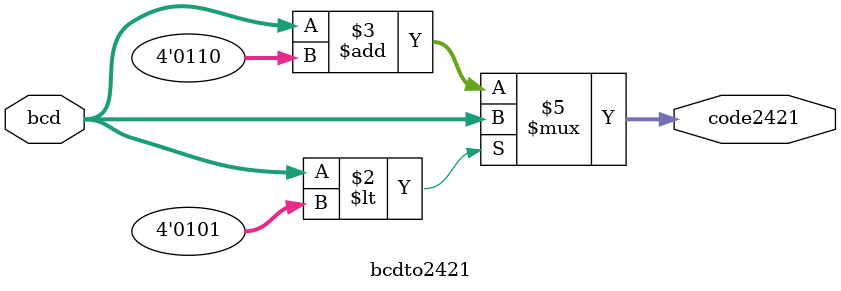
<source format=v>
module bcdto2421 (
input [3:0] bcd,
output reg [3:0] code2421
);
always @(*) begin
if (bcd < 4'd5)
code2421 = bcd;
else
code2421 = bcd + 4'd6;
end 
endmodule

/*output
meenakshi@meenakshi-Inspiron-3501:~/verilog/bcdto2421$ vvp bcdto2421.out
VCD info: dumpfile bcdto2421.vcd opened for output.
Time=0 | BCD=0000 | 2421=0000
Time=10 | BCD=0001 | 2421=0001
Time=20 | BCD=0010 | 2421=0010
Time=30 | BCD=0011 | 2421=0011
Time=40 | BCD=0100 | 2421=0100
Time=50 | BCD=0101 | 2421=1011
Time=60 | BCD=0110 | 2421=1100
Time=70 | BCD=0111 | 2421=1101
Time=80 | BCD=1000 | 2421=1110
Time=90 | BCD=1001 | 2421=1111
bcdto2421_tb.v:22: $finish called at 100 (1s)
*/

</source>
